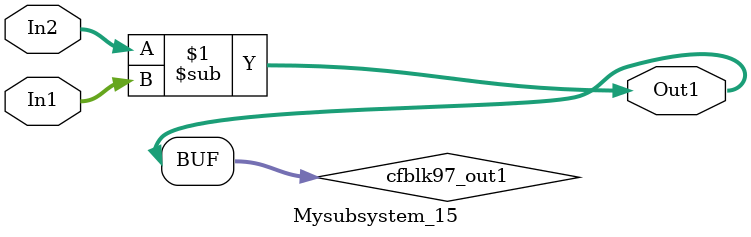
<source format=v>



`timescale 1 ns / 1 ns

module Mysubsystem_15
          (In1,
           In2,
           Out1);


  input   [7:0] In1;  // uint8
  input   [7:0] In2;  // uint8
  output  [7:0] Out1;  // uint8


  wire [7:0] cfblk97_out1;  // uint8


  assign cfblk97_out1 = In2 - In1;



  assign Out1 = cfblk97_out1;

endmodule  // Mysubsystem_15


</source>
